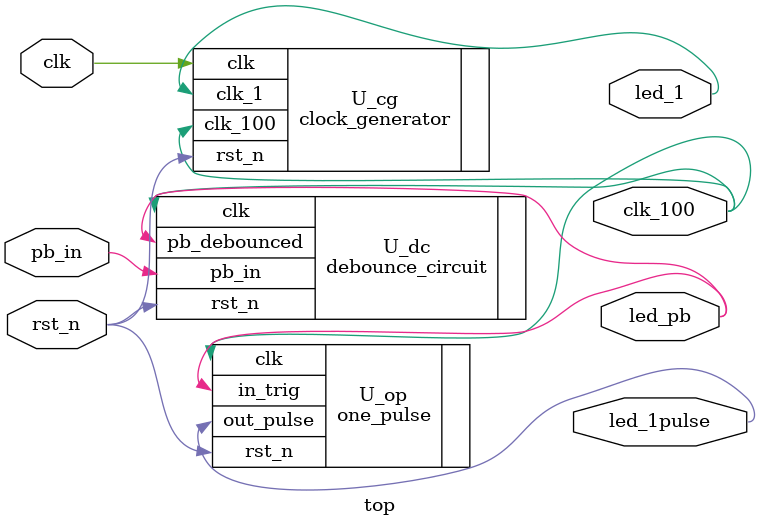
<source format=v>
`timescale 1ns / 1ps
module top(
  clk, // Clock from crystal
  rst_n, //active low reset
  pb_in, //push button input
  led_1, // 1Hz divided clock
  led_pb, // LED display output (push button)
  led_1pulse, // LED display output (1 pulse)
  clk_100
);

// Declare I/Os
input clk; // Clock from crystal
input rst_n; //active low reset
input pb_in; //push button input
output led_1; // 1Hz divided clock
output led_pb; // LED display output (push button)
output led_1pulse; // LED display output (1 pulse)
output clk_100;
// Declare internal nodes
wire pb_debounced; // push button debounced output

// Clock generator module
clock_generator U_cg(
  .clk(clk), // clock from crystal
  .rst_n(rst_n), // active low reset
  .clk_1(led_1), // generated 1 Hz clock
  .clk_100(clk_100) // generated 100 Hz clock
);

// debounce circuit
debounce_circuit U_dc(
  .clk(clk_100), // clock control
  .rst_n(rst_n), // reset
  .pb_in(pb_in), //push button input
  .pb_debounced(led_pb) // debounced push button output
);

// 1 pulse generation circuit
one_pulse U_op(
  .clk(clk_100),  // clock input
  .rst_n(rst_n), //active low reset
  .in_trig(led_pb), // input trigger
  .out_pulse(led_1pulse) // output one pulse 
);

endmodule

</source>
